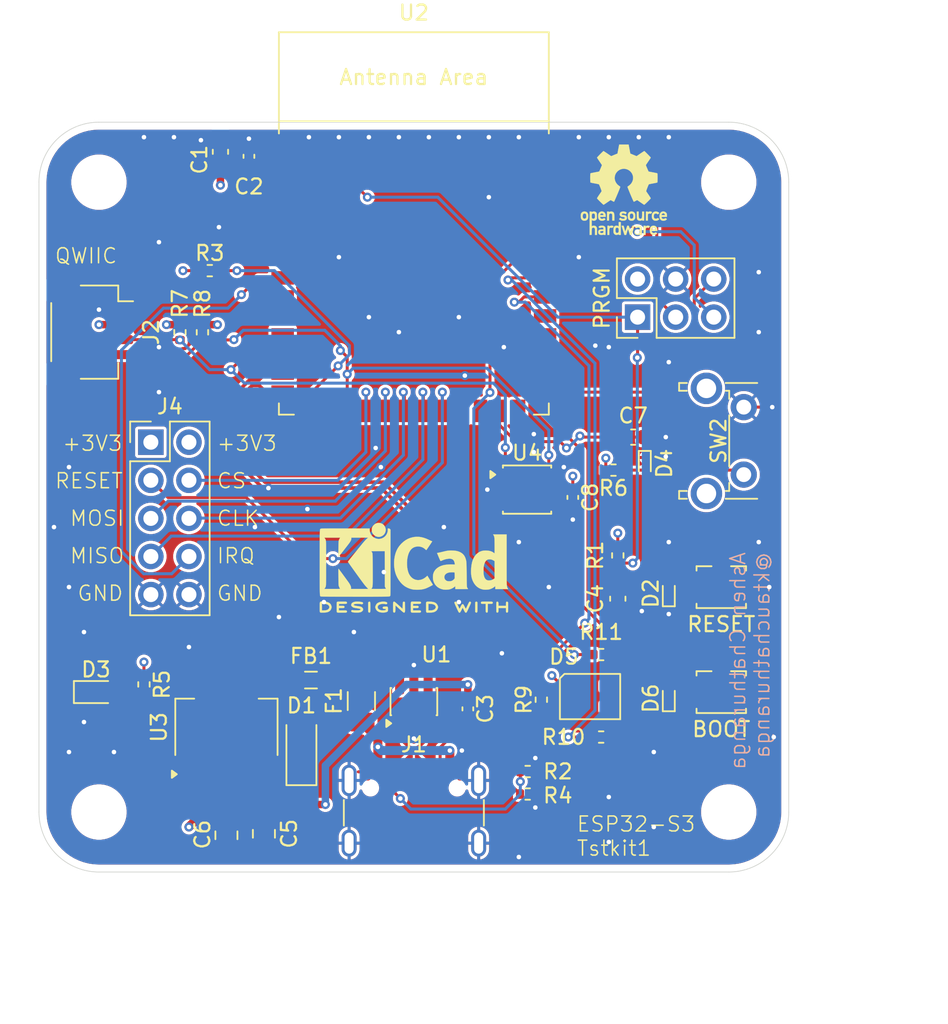
<source format=kicad_pcb>
(kicad_pcb (version 20241229) (generator "pcbnew") (generator_version "9.0")
  (layers (0 "F.Cu" signal) (4 "In1.Cu" signal) (6 "In2.Cu" signal) (2 "B.Cu" signal) (13 "F.Paste" user) (15 "B.Paste" user) (5 "F.SilkS" user "F.Silkscreen") (7 "B.SilkS" user "B.Silkscreen") (1 "F.Mask" user) (3 "B.Mask" user) (25 "Edge.Cuts" user))
  (net 0 "")
  (net 1 "GND")
  (net 2 "+3V3")
  (net 3 "+5V")
  (net 4 "/EN")
  (net 5 "/USER_SW")
  (net 6 "Net-(D1-A)")
  (net 7 "Net-(D3-A)")
  (net 8 "Net-(D5-RK)")
  (net 9 "Net-(D5-GK)")
  (net 10 "Net-(D5-BK)")
  (net 11 "/GPIO0")
  (net 12 "Net-(F1-Pad2)")
  (net 13 "Net-(F1-Pad1)")
  (net 14 "/CC1")
  (net 15 "/D-")
  (net 16 "/D+")
  (net 18 "/CC2")
  (net 20 "/SDA")
  (net 23 "/SCL")
  (net 24 "/TXD")
  (net 25 "/RXD")
  (net 26 "/CLK")
  (net 27 "/RESET")
  (net 28 "/CS")
  (net 29 "/MISO")
  (net 30 "/MOSI")
  (net 31 "/IRQ")
  (net 32 "Net-(U2-GPIO3{slash}TOUCH3{slash}ADC1_CH2)")
  (net 33 "/R_LED")
  (net 34 "/G_LED")
  (net 35 "/B_LED")
  (net 36 "/USB_D-")
  (net 37 "/USB_D+")
  (footprint "Resistor_SMD:R_0402_1005Metric" (layer "F.Cu") (at 132.59 94.8)
    (property "Reference" "R4")
    (property "Value" "5.1K")
  )
  (footprint "LED_SMD:LED_0603_1608Metric" (layer "F.Cu") (at 103.8125 88)
    (property "Reference" "D3")
    (property "Value" "PURPLE")
  )
  (footprint "Resistor_SMD:R_0402_1005Metric" (layer "F.Cu") (at 107 87.49 -90)
    (property "Reference" "R5")
    (property "Value" "1K")
  )
  (footprint "Symbol:KiCad-Logo2_5mm_SilkScreen" (layer "F.Cu") (at 125 79.7)
    (property "Reference" "REF**" (hide yes))
    (property "Value" "KiCad-Logo2_5mm_SilkScreen" (hide yes))
  )
  (footprint "PCM_Espressif:ESP32-S3-WROOM-1" (layer "F.Cu") (at 125 59.75)
    (property "Reference" "U2")
    (property "Value" "ESP32-S3-WROOM-1")
  )
  (footprint "Package_TO_SOT_SMD:SOT-23-6" (layer "F.Cu") (at 125 88.6375 90)
    (property "Reference" "U1")
    (property "Value" "USBLC6-2SC6")
  )
  (footprint "Resistor_SMD:R_0402_1005Metric" (layer "F.Cu") (at 138.31 73.2)
    (property "Reference" "R6")
    (property "Value" "10K")
  )
  (footprint "Resistor_SMD:R_0402_1005Metric" (layer "F.Cu") (at 132.59 93.3)
    (property "Reference" "R2")
    (property "Value" "5.1K")
  )
  (footprint "Inductor_SMD:L_0805_2012Metric" (layer "F.Cu") (at 118.1375 87.2 180)
    (property "Reference" "FB1")
    (property "Value" "BLM21PG220")
  )
  (footprint "Resistor_SMD:R_0402_1005Metric" (layer "F.Cu") (at 137.49 85.5 180)
    (property "Reference" "R11")
    (property "Value" "1K")
  )
  (footprint "Resistor_SMD:R_0402_1005Metric" (layer "F.Cu") (at 137.49 91 180)
    (property "Reference" "R10")
    (property "Value" "1K")
  )
  (footprint "Connector_USB:USB_C_Receptacle_GCT_USB4105-xx-A_16P_TopMnt_Horizontal" (layer "F.Cu") (at 125 97)
    (property "Reference" "J1")
    (property "Value" "USB_C_Receptacle_USB2.0_16P")
  )
  (footprint "Capacitor_SMD:C_0805_2012Metric" (layer "F.Cu") (at 112.5 97.55 -90)
    (property "Reference" "C6")
    (property "Value" "22u")
  )
  (footprint "Capacitor_SMD:C_0603_1608Metric" (layer "F.Cu") (at 138.6 81.775 -90)
    (property "Reference" "C4")
    (property "Value" "1u")
  )
  (footprint "Resistor_SMD:R_0402_1005Metric" (layer "F.Cu") (at 133.5 88.51 90)
    (property "Reference" "R9")
    (property "Value" "1K")
  )
  (footprint "MountingHole:MountingHole_3.2mm_M3" (layer "F.Cu") (at 104 54)
    (property "Reference" "H2" (hide yes))
    (property "Value" "MountingHole")
  )
  (footprint "MountingHole:MountingHole_3.2mm_M3" (layer "F.Cu") (at 146 96)
    (property "Reference" "H3" (hide yes))
    (property "Value" "MountingHole")
  )
  (footprint "oddibits:LED_Cree-PLCC4_3.2x2.8mm_CCW" (layer "F.Cu") (at 136.75 88.3)
    (property "Reference" "D5")
    (property "Value" "CLV1L-FKB")
  )
  (footprint "Button_Switch_SMD:SW_SPST_B3U-1100P" (layer "F.Cu") (at 145.5 80.18 180)
    (property "Reference" "RESET")
    (property "Value" "RESET")
  )
  (footprint "Connector_PinHeader_2.54mm:PinHeader_2x03_P2.54mm_Vertical" (layer "F.Cu") (at 139.92 63 90)
    (property "Reference" "PRGM")
    (property "Value" "Conn_02x03_Odd_Even")
  )
  (footprint "Button_Switch_THT:SW_Tactile_SPST_Angled_PTS645Vx31-2LFS" (layer "F.Cu") (at 147 69 -90)
    (property "Reference" "SW2")
    (property "Value" "USER_SW")
  )
  (footprint "oddibits:JST_SH_SM04B-SRSS-TB_1x04-1MP_P1.00mm_Horizontal" (layer "F.Cu") (at 103.5 64 -90)
    (property "Reference" "J2")
    (property "Value" "JST_SH_SM04B-SRSS-TB_1x04-1MP_P1.00mm_Horizontal" (hide yes))
  )
  (footprint "Symbol:OSHW-Logo_5.7x6mm_SilkScreen" (layer "F.Cu") (at 139 54.5)
    (property "Reference" "REF**" (hide yes))
    (property "Value" "OSHW-Logo_5.7x6mm_SilkScreen" (hide yes))
  )
  (footprint "Resistor_SMD:R_0402_1005Metric" (layer "F.Cu") (at 110.9 64.01 -90)
    (property "Reference" "R8")
    (property "Value" "2K2")
  )
  (footprint "oddibits:DFN-6-1EP_3x3mm_P1mm_EP1.5x2.4mm" (layer "F.Cu") (at 132.55 74.5)
    (property "Reference" "U4")
    (property "Value" "Si7020-A20")
  )
  (footprint "MountingHole:MountingHole_3.2mm_M3" (layer "F.Cu") (at 146 54)
    (property "Reference" "H1" (hide yes))
    (property "Value" "MountingHole")
  )
  (footprint "Diode_SMD:D_SOD-923" (layer "F.Cu") (at 142 88.42 90)
    (property "Reference" "D6")
    (property "Value" "ESD3.3")
  )
  (footprint "Capacitor_SMD:C_0603_1608Metric" (layer "F.Cu") (at 112.1 51.975 90)
    (property "Reference" "C1")
    (property "Value" "10u")
  )
  (footprint "Resistor_SMD:R_0402_1005Metric" (layer "F.Cu") (at 138.6 78.89 -90)
    (property "Reference" "R1")
    (property "Value" "10K")
  )
  (footprint "Capacitor_SMD:C_0402_1005Metric" (layer "F.Cu") (at 114 52.275 90)
    (property "Reference" "C2")
    (property "Value" "100n")
  )
  (footprint "MountingHole:MountingHole_3.2mm_M3" (layer "F.Cu") (at 104 96)
    (property "Reference" "H4" (hide yes))
    (property "Value" "MountingHole")
  )
  (footprint "Resistor_SMD:R_0402_1005Metric" (layer "F.Cu") (at 109.4 64.01 -90)
    (property "Reference" "R7")
    (property "Value" "2K2")
  )
  (footprint "Capacitor_SMD:C_0805_2012Metric" (layer "F.Cu") (at 115 97.45 -90)
    (property "Reference" "C5")
    (property "Value" "22u")
  )
  (footprint "Connector_PinHeader_2.54mm:PinHeader_2x05_P2.54mm_Vertical" (layer "F.Cu") (at 107.46 71.34)
    (property "Reference" "J4")
    (property "Value" "Pin_02x05")
  )
  (footprint "Button_Switch_SMD:SW_SPST_B3U-1100P" (layer "F.Cu") (at 145.5 87.18 180)
    (property "Reference" "BOOT")
    (property "Value" "BOOT")
  )
  (footprint "Diode_SMD:D_SOD-923" (layer "F.Cu") (at 142 81.42 90)
    (property "Reference" "D2")
    (property "Value" "ESD3.3")
  )
  (footprint "Package_TO_SOT_SMD:SOT-223-3_TabPin2" (layer "F.Cu") (at 112.5 90.35 90)
    (property "Reference" "U3")
    (property "Value" "LM1117DT-3.3")
  )
  (footprint "Fuse:Fuse_1206_3216Metric" (layer "F.Cu") (at 121.5 88.6 90)
    (property "Reference" "F1")
    (property "Value" "Polyfuse 1A")
  )
  (footprint "Resistor_SMD:R_0402_1005Metric" (layer "F.Cu") (at 111.39 59.9)
    (property "Reference" "R3")
    (property "Value" "10K")
  )
  (footprint "Capacitor_SMD:C_0402_1005Metric" (layer "F.Cu") (at 135.6 75.02 -90)
    (property "Reference" "C8")
    (property "Value" "100n")
  )
  (footprint "Diode_SMD:D_SOD-123" (layer "F.Cu") (at 117.5 91.85 90)
    (property "Reference" "D1")
    (property "Value" "1N5817")
  )
  (footprint "Capacitor_SMD:C_0603_1608Metric" (layer "F.Cu") (at 139.625 71)
    (property "Reference" "C7")
    (property "Value" "1u")
  )
  (footprint "Diode_SMD:D_SOD-923" (layer "F.Cu") (at 140.4 72.78 -90)
    (property "Reference" "D4")
    (property "Value" "ESD3.3")
  )
  (footprint "Capacitor_SMD:C_0402_1005Metric" (layer "F.Cu") (at 128.6 89.12 -90)
    (property "Reference" "C3")
    (property "Value" "100n")
  )
  (gr_line (start 100 96) (end 100 54) (stroke (width 0.05)) (layer "Edge.Cuts"))
  (gr_line (start 104 50) (end 146 50) (stroke (width 0.05)) (layer "Edge.Cuts"))
  (gr_arc (start 146 50) (mid 148.828427 51.171573) (end 150 54) (stroke (width 0.05)) (layer "Edge.Cuts"))
  (gr_line (start 150 54) (end 150 96) (stroke (width 0.05)) (layer "Edge.Cuts"))
  (gr_line (start 146 100) (end 104 100) (stroke (width 0.05)) (layer "Edge.Cuts"))
  (gr_arc (start 100 54) (mid 101.171573 51.171573) (end 104 50) (stroke (width 0.05)) (layer "Edge.Cuts"))
  (gr_arc (start 150 96) (mid 148.828427 98.828427) (end 146 100) (stroke (width 0.05)) (layer "Edge.Cuts"))
  (gr_arc (start 104 100) (mid 101.171573 98.828427) (end 100 96) (stroke (width 0.05)) (layer "Edge.Cuts"))
  (gr_text "+3V3" (at 101.5 72 0) (layer "F.SilkS") (effects (font (size 1 1) (thickness 0.1)) (justify left bottom)))
  (gr_text "MOSI" (at 102 77 0) (layer "F.SilkS") (effects (font (size 1 1) (thickness 0.1)) (justify left bottom)))
  (gr_text "CLK" (at 111.8 77 0) (layer "F.SilkS") (effects (font (size 1 1) (thickness 0.1)) (justify left bottom)))
  (gr_text "GND" (at 111.8 82 0) (layer "F.SilkS") (effects (font (size 1 1) (thickness 0.1)) (justify left bottom)))
  (gr_text "CS" (at 111.8 74.5 0) (layer "F.SilkS") (effects (font (size 1 1) (thickness 0.1)) (justify left bottom)))
  (gr_text "QWIIC" (at 101 59.5 0) (layer "F.SilkS") (effects (font (size 1 1) (thickness 0.1)) (justify left bottom)))
  (gr_text "ESP32-S3\nTstkit1" (at 135.8 99 0) (layer "F.SilkS") (effects (font (size 1 1) (thickness 0.1)) (justify left bottom)))
  (gr_text "+3V3" (at 111.8 72 0) (layer "F.SilkS") (effects (font (size 1 1) (thickness 0.1)) (justify left bottom)))
  (gr_text "RESET" (at 101 74.5 0) (layer "F.SilkS") (effects (font (size 1 1) (thickness 0.1)) (justify left bottom)))
  (gr_text "MISO" (at 102 79.5 0) (layer "F.SilkS") (effects (font (size 1 1) (thickness 0.1)) (justify left bottom)))
  (gr_text "IRQ" (at 111.8 79.5 0) (layer "F.SilkS") (effects (font (size 1 1) (thickness 0.1)) (justify left bottom)))
  (gr_text "GND" (at 102.5 82 0) (layer "F.SilkS") (effects (font (size 1 1) (thickness 0.1)) (justify left bottom)))
  (gr_text "Ashen Chathuranga\n@ktauchathuranga" (at 148.8 78.6 90) (layer "B.SilkS") (effects (font (size 1 1) (thickness 0.1)) (justify left bottom mirror)))
  (segment (start 142 81.84) (end 142 82.8) (width 0.2) (layer "F.Cu") (net 1))
  (segment (start 103.025 89.975) (end 103 90) (width 0.2) (layer "F.Cu") (net 1))
  (segment (start 131.1 74.5) (end 129.9 74.5) (width 0.2) (layer "F.Cu") (net 1))
  (segment (start 125 89.775) (end 125 91.1) (width 0.2) (layer "F.Cu") (net 1))
  (segment (start 140.4 71) (end 141.8 71) (width 0.2) (layer "F.Cu") (net 1))
  (segment (start 140.15 82.55) (end 140.2 82.6) (width 0.2) (layer "F.Cu") (net 1))
  (segment (start 133.1 93.3) (end 133.1 92.4) (width 0.2) (layer "F.Cu") (net 1))
  (segment (start 103.025 88) (end 103.025 89.975) (width 0.2) (layer "F.Cu") (net 1))
  (segment (start 114 51.795) (end 114 51.1) (width 0.2) (layer "F.Cu") (net 1))
  (segment (start 138.6 82.55) (end 140.15 82.55) (width 0.2) (layer "F.Cu") (net 1))
  (segment (start 133.1 94.8) (end 133.1 95.7) (width 0.2) (layer "F.Cu") (net 1))
  (segment (start 135.6 75.5) (end 135.6 76.5) (width 0.2) (layer "F.Cu") (net 1))
  (segment (start 140.4 72.36) (end 141.74 72.36) (width 0.2) (layer "F.Cu") (net 1))
  (segment (start 141.74 72.36) (end 141.8 72.3) (width 0.2) (layer "F.Cu") (net 1))
  (segment (start 147 69) (end 148.9 69) (width 0.2) (layer "F.Cu") (net 1))
  (segment (start 105.5 62.5) (end 104 62.5) (width 0.2) (layer "F.Cu") (net 1))
  (segment (start 112.1 51.2) (end 110.8 51.2) (width 0.2) (layer "F.Cu") (net 1))
  (segment (start 128.2 93.32) (end 128.2 91.9) (width 0.2) (layer "F.Cu") (net 1))
  (segment (start 147.2 81) (end 148.7 81) (width 0.2) (layer "F.Cu") (net 1))
  (via (at 105 92) (size 0.6) (drill 0.3) (layers "F.Cu" "B.Cu") (net 1))
  (via (at 120 59) (size 0.6) (drill 0.3) (layers "F.Cu" "B.Cu") (net 1))
  (via (at 129.9 74.5) (size 0.6) (drill 0.3) (layers "F.Cu" "B.Cu") (net 1))
  (via (at 112 57) (size 0.6) (drill 0.3) (layers "F.Cu" "B.Cu") (net 1))
  (via (at 148 60) (size 0.6) (drill 0.3) (layers "F.Cu" "B.Cu") (net 1))
  (via (at 102 81) (size 0.6) (drill 0.3) (layers "F.Cu" "B.Cu") (net 1))
  (via (at 114.4 77) (size 0.6) (drill 0.3) (layers "F.Cu" "B.Cu") (net 1))
  (via (at 110.8 51.2) (size 0.6) (drill 0.3) (layers "F.Cu" "B.Cu") (net 1))
  (via (at 102 73) (size 0.6) (drill 0.3) (layers "F.Cu" "B.Cu") (net 1))
  (via (at 122.451964 71.724507) (size 0.6) (drill 0.3) (layers "F.Cu" "B.Cu") (net 1))
  (via (at 131 65) (size 0.6) (drill 0.3) (layers "F.Cu" "B.Cu") (net 1))
  (via (at 125 91.1) (size 0.6) (drill 0.3) (layers "F.Cu" "B.Cu") (net 1))
  (via (at 133 70.8) (size 0.6) (drill 0.3) (layers "F.Cu" "B.Cu") (net 1))
  (via (at 141.8 72.3) (size 0.6) (drill 0.3) (layers "F.Cu" "B.Cu") (net 1))
  (via (at 133 72) (size 0.6) (drill 0.3) (layers "F.Cu" "B.Cu") (net 1))
  (via (at 101 77) (size 0.6) (drill 0.3) (layers "F.Cu" "B.Cu") (net 1))
  (via (at 141.8 71) (size 0.6) (drill 0.3) (layers "F.Cu" "B.Cu") (net 1))
  (via (at 142 66) (size 0.6) (drill 0.3) (layers "F.Cu" "B.Cu") (net 1))
  (via (at 107 51) (size 0.6) (drill 0.3) (layers "F.Cu" "B.Cu") (net 1))
  (via (at 148.9 69) (size 0.6) (drill 0.3) (layers "F.Cu" "B.Cu") (net 1))
  (via (at 138 51) (size 0.6) (drill 0.3) (layers "F.Cu" "B.Cu") (net 1))
  (via (at 133.1 92.4) (size 0.6) (drill 0.3) (layers "F.Cu" "B.Cu") (net 1))
  (via (at 121 84) (size 0.6) (drill 0.3) (layers "F.Cu" "B.Cu") (net 1))
  (via (at 124 51) (size 0.6) (drill 0.3) (layers "F.Cu" "B.Cu") (net 1))
  (via (at 134 81) (size 0.6) (drill 0.3) (layers "F.Cu" "B.Cu") (net 1))
  (via (at 128 63) (size 0.6) (drill 0.3) (layers "F.Cu" "B.Cu") (net 1))
  (via (at 142 82.8) (size 0.6) (drill 0.3) (layers "F.Cu" "B.Cu") (net 1))
  (via (at 108 68) (size 0.6) (drill 0.3) (layers "F.Cu" "B.Cu") (net 1))
  (via (at 142 78) (size 0.6) (drill 0.3) (layers "F.Cu" "B.Cu") (net 1))
  (via (at 115.3 74.4) (size 0.6) (drill 0.3) (layers "F.Cu" "B.Cu") (net 1))
  (via (at 122 63) (size 0.6) (drill 0.3) (layers "F.Cu" "B.Cu") (net 1))
  (via (at 148.7 81) (size 0.6) (drill 0.3) (layers "F.Cu" "B.Cu") (net 1))
  (via (at 132 51) (size 0.6) (drill 0.3) (layers "F.Cu" "B.Cu") (net 1))
  (via (at 132 99) (size 0.6) (drill 0.3) (layers "F.Cu" "B.Cu") (net 1))
  (via (at 118 51) (size 0.6) (drill 0.3) (layers "F.Cu" "B.Cu") (net 1))
  (via (at 140 51) (size 0.6) (drill 0.3) (layers "F.Cu" "B.Cu") (net 1))
  (via (at 142 51) (size 0.6) (drill 0.3) (layers "F.Cu" "B.Cu") (net 1))
  (via (at 130.869328 85.413974) (size 0.6) (drill 0.3) (layers "F.Cu" "B.Cu") (net 1))
  (via (at 148 78) (size 0.6) (drill 0.3) (layers "F.Cu" "B.Cu") (net 1))
  (via (at 122 51) (size 0.6) (drill 0.3) (layers "F.Cu" "B.Cu") (net 1))
  (via (at 136 59) (size 0.6) (drill 0.3) (layers "F.Cu" "B.Cu") (net 1))
  (via (at 138 65) (size 0.6) (drill 0.3) (layers "F.Cu" "B.Cu") (net 1))
  (via (at 128 82) (size 0.6) (drill 0.3) (layers "F.Cu" "B.Cu") (net 1))
  (via (at 132 78) (size 0.6) (drill 0.3) (layers "F.Cu" "B.Cu") (net 1))
  (via (at 149 91) (size 0.6) (drill 0.3) (layers "F.Cu" "B.Cu") (net 1))
  (via (at 137.1 64.9) (size 0.6) (drill 0.3) (layers "F.Cu" "B.Cu") (net 1))
  (via (at 126 51) (size 0.6) (drill 0.3) (layers "F.Cu" "B.Cu") (net 1))
  (via (at 124 64) (size 0.6) (drill 0.3) (layers "F.Cu" "B.Cu") (net 1))
  (via (at 130 51) (size 0.6) (drill 0.3) (layers "F.Cu" "B.Cu") (net 1))
  (via (at 138 98) (size 0.6) (drill 0.3) (layers "F.Cu" "B.Cu") (net 1))
  (via (at 130 55) (size 0.6) (drill 0.3) (layers "F.Cu" "B.Cu") (net 1))
  (via (at 123 80) (size 0.6) (drill 0.3) (layers "F.Cu" "B.Cu") (net 1))
  (via (at 116 83) (size 0.6) (drill 0.3) (layers "F.Cu" "B.Cu") (net 1))
  (via (at 117.9 75.8) (size 0.6) (drill 0.3) (layers "F.Cu" "B.Cu") (net 1))
  (via (at 109 51) (size 0.6) (drill 0.3) (layers "F.Cu" "B.Cu") (net 1))
  (via (at 127 77) (size 0.6) (drill 0.3) (layers "F.Cu" "B.Cu") (net 1))
  (via (at 128.4 66.9) (size 0.6) (drill 0.3) (layers "F.Cu" "B.Cu") (net 1))
  (via (at 102 92) (size 0.6) (drill 0.3) (layers "F.Cu" "B.Cu") (net 1))
  (via (at 120 51) (size 0.6) (drill 0.3) (layers "F.Cu" "B.Cu") (net 1))
  (via (at 140.2 82.6) (size 0.6) (drill 0.3) (layers "F.Cu" "B.Cu") (net 1))
  (via (at 136 51) (size 0.6) (drill 0.3) (layers "F.Cu" "B.Cu") (net 1))
  (via (at 128 51) (size 0.6) (drill 0.3) (layers "F.Cu" "B.Cu") (net 1))
  (via (at 125 86.2) (size 0.6) (drill 0.3) (layers "F.Cu" "B.Cu") (net 1))
  (via (at 108 58) (size 0.6) (drill 0.3) (layers "F.Cu" "B.Cu") (net 1))
  (via (at 119 82) (size 0.6) (drill 0.3) (layers "F.Cu" "B.Cu") (net 1))
  (via (at 148 64) (size 0.6) (drill 0.3) (layers "F.Cu" "B.Cu") (net 1))
  (via (at 135.6 76.5) (size 0.6) (drill 0.3) (layers "F.Cu" "B.Cu") (net 1))
  (via (at 122.8 73) (size 0.6) (drill 0.3) (layers "F.Cu" "B.Cu") (net 1))
  (via (at 103 90) (size 0.6) (drill 0.3) (layers "F.Cu" "B.Cu") (net 1))
  (via (at 108 65) (size 0.6) (drill 0.3) (layers "F.Cu" "B.Cu") (net 1))
  (via (at 104 62.5) (size 0.6) (drill 0.3) (layers "F.Cu" "B.Cu") (net 1))
  (via (at 110 85) (size 0.6) (drill 0.3) (layers "F.Cu" "B.Cu") (net 1))
  (via (at 133.1 95.7) (size 0.6) (drill 0.3) (layers "F.Cu" "B.Cu") (net 1))
  (via (at 128.2 91.9) (size 0.6) (drill 0.3) (layers "F.Cu" "B.Cu") (net 1))
  (via (at 141 92) (size 0.6) (drill 0.3) (layers "F.Cu" "B.Cu") (net 1))
  (via (at 103 84) (size 0.6) (drill 0.3) (layers "F.Cu" "B.Cu") (net 1))
  (via (at 138 95) (size 0.6) (drill 0.3) (layers "F.Cu" "B.Cu") (net 1))
  (via (at 114 51.1) (size 0.6) (drill 0.3) (layers "F.Cu" "B.Cu") (net 1))
  (via (at 141 97) (size 0.6) (drill 0.3) (layers "F.Cu" "B.Cu") (net 1))
  (via (at 135 73) (size 0.6) (drill 0.3) (layers "F.Cu" "B.Cu") (net 1))
  (segment (start 105.5 63.5) (end 104 63.5) (width 0.5) (layer "F.Cu") (net 2))
  (segment (start 137.8 73.2) (end 137.8 72.4) (width 0.2) (layer "F.Cu") (net 2))
  (segment (start 135.5 87.6) (end 134.9 87.6) (width 0.2) (layer "F.Cu") (net 2))
  (segment (start 109.4 63.5) (end 108.5 63.5) (width 0.5) (layer "F.Cu") (net 2))
  (segment (start 107 86.98) (end 107 86) (width 0.2) (layer "F.Cu") (net 2))
  (segment (start 110.88 59.9) (end 109.6 59.9) (width 0.2) (layer "F.Cu") (net 2))
  (segment (start 116.25 52.76) (end 112.16 52.76) (width 0.5) (layer "F.Cu") (net 2))
  (segment (start 112.5 87.2) (end 112.5 93.5) (width 0.6) (layer "F.Cu") (net 2))
  (segment (start 110.4 96.6) (end 110 97) (width 0.6) (layer "F.Cu") (net 2))
  (segment (start 114.04 52.76) (end 114 52.8) (width 0.2) (layer "F.Cu") (net 2))
  (segment (start 135.6 74.54) (end 135.6 73.6) (width 0.2) (layer "F.Cu") (net 2))
  (segment (start 112.5 96.6) (end 112.5 93.5) (width 0.6) (layer "F.Cu") (net 2))
  (segment (start 112.5 96.6) (end 110.4 96.6) (width 0.6) (layer "F.Cu") (net 2))
  (segment (start 112.1 52.8) (end 112.1 54.2) (width 0.5) (layer "F.Cu") (net 2))
  (segment (start 135.56 74.5) (end 135.6 74.54) (width 0.2) (layer "F.Cu") (net 2))
  (segment (start 134 74.5) (end 135.56 74.5) (width 0.2) (layer "F.Cu") (net 2))
  (segment (start 134.9 87.6) (end 134.2 86.9) (width 0.2) (layer "F.Cu") (net 2))
  (segment (start 110.9 63.5) (end 111.9 63.5) (width 0.5) (layer "F.Cu") (net 2))
  (segment (start 112.16 52.76) (end 112.1 52.7) (width 0.2) (layer "F.Cu") (net 2))
  (segment (start 138.6 78.38) (end 138.6 77.4) (width 0.2) (layer "F.Cu") (net 2))
  (via (at 107 86) (size 0.6) (drill 0.3) (layers "F.Cu" "B.Cu") (net 2))
  (via (at 137.8 72.4) (size 0.6) (drill 0.3) (layers "F.Cu" "B.Cu") (net 2))
  (via (at 108.5 63.5) (size 0.6) (drill 0.3) (layers "F.Cu" "B.Cu") (net 2))
  (via (at 134.2 86.9) (size 0.6) (drill 0.3) (layers "F.Cu" "B.Cu") (net 2))
  (via (at 109.6 59.9) (size 0.6) (drill 0.3) (layers "F.Cu" "B.Cu") (net 2))
  (via (at 138.6 77.4) (size 0.6) (drill 0.3) (layers "F.Cu" "B.Cu") (net 2))
  (via (at 135.6 73.6) (size 0.6) (drill 0.3) (layers "F.Cu" "B.Cu") (net 2))
  (via (at 111.9 63.5) (size 0.6) (drill 0.3) (layers "F.Cu" "B.Cu") (net 2))
  (via (at 110 97) (size 0.6) (drill 0.3) (layers "F.Cu" "B.Cu") (net 2))
  (via (at 104 63.5) (size 0.6) (drill 0.3) (layers "F.Cu" "B.Cu") (net 2))
  (via (at 112.1 54.2) (size 0.6) (drill 0.3) (layers "F.Cu" "B.Cu") (net 2))
  (segment (start 116.5 96.5) (end 115 96.5) (width 0.6) (layer "F.Cu") (net 3))
  (segment (start 117.5 95.5) (end 116.5 96.5) (width 0.6) (layer "F.Cu") (net 3))
  (segment (start 128.6 88.64) (end 128.6 87.5) (width 0.5) (layer "F.Cu") (net 3))
  (segment (start 119.1 95.5) (end 117.5 95.5) (width 0.5) (layer "F.Cu") (net 3))
  (segment (start 125 87.5) (end 125 88.162499) (width 0.2) (layer "F.Cu") (net 3))
  (segment (start 117.5 93.5) (end 117.5 95.5) (width 0.6) (layer "F.Cu") (net 3))
  (segment (start 125.477501 88.64) (end 128.6 88.64) (width 0.2) (layer "F.Cu") (net 3))
  (segment (start 125 88.162499) (end 125.477501 88.64) (width 0.2) (layer "F.Cu") (net 3))
  (segment (start 114.8 96.3) (end 115 96.5) (width 0.2) (layer "F.Cu") (net 3))
  (segment (start 114.8 93.5) (end 114.8 96.3) (width 0.6) (layer "F.Cu") (net 3))
  (via (at 119.1 95.5) (size 0.6) (drill 0.3) (layers "F.Cu" "B.Cu") (net 3))
  (via (at 128.6 87.5) (size 0.6) (drill 0.3) (layers "F.Cu" "B.Cu") (net 3))
  (segment (start 128.6 87.5) (end 124.5 87.5) (width 0.5) (layer "B.Cu") (net 3))
  (segment (start 119.1 92.9) (end 119.1 95.5) (width 0.5) (layer "B.Cu") (net 3))
  (segment (start 124.5 87.5) (end 119.1 92.9) (width 0.5) (layer "B.Cu") (net 3))
  (segment (start 139.92 65.68) (end 139.9 65.7) (width 0.2) (layer "F.Cu") (net 4))
  (segment (start 138.6 79.4) (end 138.6 81) (width 0.2) (layer "F.Cu") (net 4))
  (segment (start 143.8 81) (end 142 81) (width 0.2) (layer "F.Cu") (net 4))
  (segment (start 120.93 54.03) (end 121.9 55) (width 0.2) (layer "F.Cu") (net 4))
  (segment (start 139.92 63) (end 139.92 65.68) (width 0.2) (layer "F.Cu") (net 4))
  (segment (start 142 81) (end 138.6 81) (width 0.2) (layer "F.Cu") (net 4))
  (segment (start 139.6 79.4) (end 138.6 79.4) (width 0.2) (layer "F.Cu") (net 4))
  (segment (start 116.25 54.03) (end 120.93 54.03) (width 0.2) (layer "F.Cu") (net 4))
  (via (at 139.9 65.7) (size 0.6) (drill 0.3) (layers "F.Cu" "B.Cu") (net 4))
  (via (at 121.9 55) (size 0.6) (drill 0.3) (layers "F.Cu" "B.Cu") (net 4))
  (via (at 139.6 79.4) (size 0.6) (drill 0.3) (layers "F.Cu" "B.Cu") (net 4))
  (segment (start 121.9 55) (end 126.6 55) (width 0.2) (layer "B.Cu") (net 4))
  (segment (start 139.9 65.7) (end 139.9 79.1) (width 0.2) (layer "B.Cu") (net 4))
  (segment (start 139.9 79.1) (end 139.6 79.4) (width 0.2) (layer "B.Cu") (net 4))
  (segment (start 134.6 63) (end 139.92 63) (width 0.2) (layer "B.Cu") (net 4))
  (segment (start 126.6 55) (end 134.6 63) (width 0.2) (layer "B.Cu") (net 4))
  (segment (start 131.815 71.3) (end 134.75147 71.3) (width 0.2) (layer "F.Cu") (net 5))
  (segment (start 146.7 73.2) (end 147 73.5) (width 0.2) (layer "F.Cu") (net 5))
  (segment (start 130.715 70.2) (end 131.815 71.3) (width 0.2) (layer "F.Cu") (net 5))
  (segment (start 140.4 73.2) (end 138.82 73.2) (width 0.2) (layer "F.Cu") (net 5))
  (segment (start 136.074265 70.925735) (end 136.14853 71) (width 0.2) (layer "F.Cu") (net 5))
  (segment (start 130.715 69.25) (end 130.715 70.2) (width 0.2) (layer "F.Cu") (net 5))
  (segment (start 134.75147 71.3) (end 135.175735 71.724265) (width 0.2) (layer "F.Cu") (net 5))
  (segment (start 138.82 73.2) (end 138.82 71.03) (width 0.2) (layer "F.Cu") (net 5))
  (segment (start 136.14853 71) (end 138.85 71) (width 0.2) (layer "F.Cu") (net 5))
  (segment (start 138.82 71.03) (end 138.85 71) (width 0.2) (layer "F.Cu") (net 5))
  (segment (start 140.4 73.2) (end 146.7 73.2) (width 0.2) (layer "F.Cu") (net 5))
  (via (at 136.074265 70.925735) (size 0.6) (drill 0.3) (layers "F.Cu" "B.Cu") (net 5))
  (via (at 135.175735 71.724265) (size 0.6) (drill 0.3) (layers "F.Cu" "B.Cu") (net 5))
  (segment (start 136.074265 70.925735) (end 135.275735 71.724265) (width 0.2) (layer "B.Cu") (net 5))
  (segment (start 135.275735 71.724265) (end 135.175735 71.724265) (width 0.2) (layer "B.Cu") (net 5))
  (segment (start 117.075 89.775) (end 117.5 90.2) (width 0.2) (layer "F.Cu") (net 6))
  (segment (start 117.075 87.2) (end 117.075 89.775) (width 0.6) (layer "F.Cu") (net 6))
  (segment (start 104.6 88) (end 107 88) (width 0.2) (layer "F.Cu") (net 7))
  (segment (start 133.52 89) (end 133.5 89.02) (width 0.2) (layer "F.Cu") (net 8))
  (segment (start 135.5 89) (end 133.52 89) (width 0.2) (layer "F.Cu") (net 8))
  (segment (start 138 89) (end 138 91) (width 0.2) (layer "F.Cu") (net 9))
  (segment (start 138 87.6) (end 138 85.5) (width 0.2) (layer "F.Cu") (net 10))
  (segment (start 143.7 65.7) (end 143.7 61.76) (width 0.2) (layer "F.Cu") (net 11))
  (segment (start 133.75 69.45) (end 133.75 68) (width 0.2) (layer "F.Cu") (net 11))
  (segment (start 143.8 88) (end 142 88) (width 0.2) (layer "F.Cu") (net 11))
  (segment (start 142 88) (end 136.211 82.211) (width 0.2) (layer "F.Cu") (net 11))
  (segment (start 133.75 68) (end 141.4 68) (width 0.2) (layer "F.Cu") (net 11))
  (segment (start 136.211 82.211) (end 136.211 71.911) (width 0.2) (layer "F.Cu") (net 11))
  (segment (start 141.4 68) (end 143.7 65.7) (width 0.2) (layer "F.Cu") (net 11))
  (segment (start 143.7 61.76) (end 145 60.46) (width 0.2) (layer "F.Cu") (net 11))
  (segment (start 136.211 71.911) (end 133.75 69.45) (width 0.2) (layer "F.Cu") (net 11))
  (segment (start 121.5 87.2) (end 119.2 87.2) (width 0.6) (layer "F.Cu") (net 12))
  (segment (start 121.5 90) (end 122.6 91.1) (width 0.6) (layer "F.Cu") (net 13))
  (segment (start 127.4 91.9) (end 127.4 93.32) (width 0.6) (layer "F.Cu") (net 13))
  (segment (start 122.6 91.66) (end 122.6 93.32) (width 0.6) (layer "F.Cu") (net 13))
  (segment (start 122.6 91.1) (end 122.6 91.66) (width 0.6) (layer "F.Cu") (net 13))
  (via (at 127.4 91.9) (size 0.6) (drill 0.3) (layers "F.Cu" "B.Cu") (net 13))
  (via (at 122.6 91.66) (size 0.6) (drill 0.3) (layers "F.Cu" "B.Cu") (net 13))
  (segment (start 127.399 91.901) (end 127.4 91.9) (width 0.6) (layer "B.Cu") (net 13))
  (segment (start 122.6 91.66) (end 122.841 91.901) (width 0.6) (layer "B.Cu") (net 13))
  (segment (start 122.841 91.901) (end 127.399 91.901) (width 0.6) (layer "B.Cu") (net 13))
  (segment (start 123.75 93.32) (end 123.75 94.75) (width 0.2) (layer "F.Cu") (net 14))
  (segment (start 132.099095 93.319095) (end 132.08 93.3) (width 0.2) (layer "F.Cu") (net 14))
  (segment (start 132.099095 93.970566) (end 132.099095 93.319095) (width 0.2) (layer "F.Cu") (net 14))
  (segment (start 123.75 94.75) (end 124.1 95.1) (width 0.2) (layer "F.Cu") (net 14))
  (via (at 132.099095 93.970566) (size 0.6) (drill 0.3) (layers "F.Cu" "B.Cu") (net 14))
  (via (at 124.1 95.1) (size 0.6) (drill 0.3) (layers "F.Cu" "B.Cu") (net 14))
  (segment (start 132.099095 94.800905) (end 132.099095 93.970566) (width 0.2) (layer "B.Cu") (net 14))
  (segment (start 131.1 95.8) (end 132.099095 94.800905) (width 0.2) (layer "B.Cu") (net 14))
  (segment (start 124.8 95.8) (end 131.1 95.8) (width 0.2) (layer "B.Cu") (net 14))
  (segment (start 124.1 95.1) (end 124.8 95.8) (width 0.2) (layer "B.Cu") (net 14))
  (segment (start 124.742773 91.721) (end 124.805 91.721) (width 0.24) (layer "F.Cu") (net 15))
  (segment (start 124.805 92.33) (end 124.67 92.33) (width 0.24) (layer "F.Cu") (net 15))
  (segment (start 124.805 91.721) (end 124.805 92.33) (width 0.24) (layer "F.Cu") (net 15))
  (segment (start 124.25 92.75) (end 124.25 93.32) (width 0.24) (layer "F.Cu") (net 15))
  (segment (start 124.379 91.097751) (end 124.379 91.357227) (width 0.24) (layer "F.Cu") (net 15))
  (segment (start 124.67 92.33) (end 124.25 92.75) (width 0.24) (layer "F.Cu") (net 15))
  (segment (start 124.379 91.357227) (end 124.742773 91.721) (width 0.24) (layer "F.Cu") (net 15))
  (segment (start 124.05 90.768751) (end 124.379 91.097751) (width 0.24) (layer "F.Cu") (net 15))
  (segment (start 124.05 89.775) (end 124.05 90.768751) (width 0.24) (layer "F.Cu") (net 15))
  (segment (start 125.255686 92.33) (end 125.75 92.824314) (width 0.24) (layer "F.Cu") (net 16))
  (segment (start 125.257227 91.721) (end 125.195 91.721) (width 0.24) (layer "F.Cu") (net 16))
  (segment (start 125.621 91.097751) (end 125.621 91.357227) (width 0.24) (layer "F.Cu") (net 16))
  (segment (start 125.75 92.824314) (end 125.75 93.32) (width 0.24) (layer "F.Cu") (net 16))
  (segment (start 125.621 91.357227) (end 125.257227 91.721) (width 0.24) (layer "F.Cu") (net 16))
  (segment (start 125.195 91.721) (end 125.195 92.33) (width 0.24) (layer "F.Cu") (net 16))
  (segment (start 125.95 89.775) (end 125.95 90.768751) (width 0.24) (layer "F.Cu") (net 16))
  (segment (start 125.95 90.768751) (end 125.621 91.097751) (width 0.24) (layer "F.Cu") (net 16))
  (segment (start 125.195 92.33) (end 125.255686 92.33) (width 0.24) (layer "F.Cu") (net 16))
  (segment (start 126.75 93.32) (end 126.75 91.700058) (width 0.2) (layer "F.Cu") (net 18))
  (segment (start 130.9 91.8) (end 130.9 93.62) (width 0.2) (layer "F.Cu") (net 18))
  (segment (start 127.151058 91.299) (end 130.399 91.299) (width 0.2) (layer "F.Cu") (net 18))
  (segment (start 130.399 91.299) (end 130.9 91.8) (width 0.2) (layer "F.Cu") (net 18))
  (segment (start 130.9 93.62) (end 132.08 94.8) (width 0.2) (layer "F.Cu") (net 18))
  (segment (start 126.75 91.700058) (end 127.151058 91.299) (width 0.2) (layer "F.Cu") (net 18))
  (segment (start 131.1 73.5) (end 131.1 71.7) (width 0.2) (layer "F.Cu") (net 20))
  (segment (start 105.5 64.5) (end 109.38 64.5) (width 0.2) (layer "F.Cu") (net 20))
  (segment (start 116.25 65.46) (end 113.84 65.46) (width 0.2) (layer "F.Cu") (net 20))
  (segment (start 113.84 65.46) (end 112.8 66.5) (width 0.2) (layer "F.Cu") (net 20))
  (segment (start 109.38 64.5) (end 109.4 64.52) (width 0.2) (layer "F.Cu") (net 20))
  (via (at 109.4 64.52) (size 0.6) (drill 0.3) (layers "F.Cu" "B.Cu") (net 20))
  (via (at 112.8 66.5) (size 0.6) (drill 0.3) (layers "F.Cu" "B.Cu") (net 20))
  (via (at 131.1 71.7) (size 0.6) (drill 0.3) (layers "F.Cu" "B.Cu") (net 20))
  (segment (start 113.7 67.4) (end 112.8 66.5) (width 0.2) (layer "B.Cu") (net 20))
  (segment (start 131.1 68.2) (end 130.3 67.4) (width 0.2) (layer "B.Cu") (net 20))
  (segment (start 111.38 66.5) (end 109.4 64.52) (width 0.2) (layer "B.Cu") (net 20))
  (segment (start 130.3 67.4) (end 113.7 67.4) (width 0.2) (layer "B.Cu") (net 20))
  (segment (start 131.1 71.7) (end 131.1 68.2) (width 0.2) (layer "B.Cu") (net 20))
  (segment (start 112.8 66.5) (end 111.38 66.5) (width 0.2) (layer "B.Cu") (net 20))
  (segment (start 134 73.5) (end 134 72.2) (width 0.2) (layer "F.Cu") (net 23))
  (segment (start 113 64.5) (end 112.98 64.52) (width 0.2) (layer "F.Cu") (net 23))
  (segment (start 120.101707 65.225735) (end 120.125735 65.225735) (width 0.2) (layer "F.Cu") (net 23))
  (segment (start 120.101 65.225028) (end 120.101707 65.225735) (width 0.2) (layer "F.Cu") (net 23))
  (segment (start 109.92 65.5) (end 110.9 64.52) (width 0.2) (layer "F.Cu") (net 23))
  (segment (start 120.555 66.8) (end 120.555 69.25) (width 0.2) (layer "F.Cu") (net 23))
  (segment (start 120.125735 65.225735) (end 120.555 65.655) (width 0.2) (layer "F.Cu") (net 23))
  (segment (start 120.555 65.655) (end 120.555 66.8) (width 0.2) (layer "F.Cu") (net 23))
  (segment (start 105.5 65.5) (end 109.92 65.5) (width 0.2) (layer "F.Cu") (net 23))
  (segment (start 112.98 64.52) (end 110.9 64.52) (width 0.2) (layer "F.Cu") (net 23))
  (via (at 120.555 66.8) (size 0.6) (drill 0.3) (layers "F.Cu" "B.Cu") (net 23))
  (via (at 134 72.2) (size 0.6) (drill 0.3) (layers "F.Cu" "B.Cu") (net 23))
  (via (at 120.101 65.225028) (size 0.6) (drill 0.3) (layers "F.Cu" "B.Cu") (net 23))
  (via (at 113 64.5) (size 0.6) (drill 0.3) (layers "F.Cu" "B.Cu") (net 23))
  (segment (start 120.101 64.918157) (end 119.057872 63.875029) (width 0.2) (layer "B.Cu") (net 23))
  (segment (start 120.101 65.225028) (end 120.101 64.918157) (width 0.2) (layer "B.Cu") (net 23))
  (segment (start 120.955 66.4) (end 129.8671 66.4) (width 0.2) (layer "B.Cu") (net 23))
  (segment (start 129.8671 66.4) (end 134 70.5329) (width 0.2) (layer "B.Cu") (net 23))
  (segment (start 120.555 66.8) (end 120.955 66.4) (width 0.2) (layer "B.Cu") (net 23))
  (segment (start 119.057872 63.875029) (end 113.624971 63.875029) (width 0.2) (layer "B.Cu") (net 23))
  (segment (start 113.624971 63.875029) (end 113 64.5) (width 0.2) (layer "B.Cu") (net 23))
  (segment (start 134 70.5329) (end 134 72.2) (width 0.2) (layer "B.Cu") (net 23))
  (segment (start 133.75 55.3) (end 139.9 55.3) (width 0.2) (layer "F.Cu") (net 24))
  (segment (start 141.2 61.74) (end 142.46 63) (width 0.2) (layer "F.Cu") (net 24))
  (segment (start 139.9 55.3) (end 141.2 56.6) (width 0.2) (layer "F.Cu") (net 24))
  (segment (start 141.2 56.6) (end 141.2 61.74) (width 0.2) (layer "F.Cu") (net 24))
  (segment (start 139.17 56.57) (end 139.9 57.3) (width 0.2) (layer "F.Cu") (net 25))
  (segment (start 133.75 56.57) (end 139.17 56.57) (width 0.2) (layer "F.Cu") (net 25))
  (via (at 139.9 57.3) (size 0.6) (drill 0.3) (layers "F.Cu" "B.Cu") (net 25))
  (segment (start 143.7 58.2) (end 143.7 61.7) (width 0.2) (layer "B.Cu") (net 25))
  (segment (start 143.7 61.7) (end 145 63) (width 0.2) (layer "B.Cu") (net 25))
  (segment (start 142.8 57.3) (end 143.7 58.2) (width 0.2) (layer "B.Cu") (net 25))
  (segment (start 139.9 57.3) (end 142.8 57.3) (width 0.2) (layer "B.Cu") (net 25))
  (segment (start 124.365 69.25) (end 124.365 68.065) (width 0.2) (layer "F.Cu") (net 26))
  (segment (start 124.365 68.065) (end 124.3 68) (width 0.2) (layer "F.Cu") (net 26))
  (via (at 124.3 68) (size 0.6) (drill 0.3) (layers "F.Cu" "B.Cu") (net 26))
  (segment (start 110.02 76.4) (end 110 76.42) (width 0.2) (layer "B.Cu") (net 26))
  (segment (start 120.1 76.4) (end 110.02 76.4) (width 0.2) (layer "B.Cu") (net 26))
  (segment (start 124.3 72.2) (end 120.1 76.4) (width 0.2) (layer "B.Cu") (net 26))
  (segment (start 124.3 68) (end 124.3 72.2) (width 0.2) (layer "B.Cu") (net 26))
  (segment (start 126.905 69.25) (end 126.905 68.005) (width 0.2) (layer "F.Cu") (net 27))
  (segment (start 126.905 68.005) (end 126.9 68) (width 0.2) (layer "F.Cu") (net 27))
  (segment (start 117.9 79.1) (end 113.831 75.031) (width 0.2) (layer "F.Cu") (net 27))
  (segment (start 119.6 79.1) (end 117.9 79.1) (width 0.2) (layer "F.Cu") (net 27))
  (segment (start 113.831 75.031) (end 108.611 75.031) (width 0.2) (layer "F.Cu") (net 27))
  (segment (start 108.611 75.031) (end 107.46 73.88) (width 0.2) (layer "F.Cu") (net 27))
  (via (at 126.9 68) (size 0.6) (drill 0.3) (layers "F.Cu" "B.Cu") (net 27))
  (via (at 119.6 79.1) (size 0.6) (drill 0.3) (layers "F.Cu" "B.Cu") (net 27))
  (segment (start 126.9 72.7) (end 120.5 79.1) (width 0.2) (layer "B.Cu") (net 27))
  (segment (start 126.9 68) (end 126.9 72.7) (width 0.2) (layer "B.Cu") (net 27))
  (segment (start 120.5 79.1) (end 119.6 79.1) (width 0.2) (layer "B.Cu") (net 27))
  (segment (start 121.825 68.025) (end 121.8 68) (width 0.2) (layer "F.Cu") (net 28))
  (segment (start 121.825 69.25) (end 121.825 68.025) (width 0.2) (layer "F.Cu") (net 28))
  (via (at 121.8 68) (size 0.6) (drill 0.3) (layers "F.Cu" "B.Cu") (net 28))
  (segment (start 121.8 72) (end 119.92 73.88) (width 0.2) (layer "B.Cu") (net 28))
  (segment (start 121.8 68) (end 121.8 72) (width 0.2) (layer "B.Cu") (net 28))
  (segment (start 119.92 73.88) (end 110 73.88) (width 0.2) (layer "B.Cu") (net 28))
  (segment (start 125.635 69.25) (end 125.635 68.035) (width 0.2) (layer "F.Cu") (net 29))
  (segment (start 125.635 68.035) (end 125.6 68) (width 0.2) (layer "F.Cu") (net 29))
  (via (at 125.6 68) (size 0.6) (drill 0.3) (layers "F.Cu" "B.Cu") (net 29))
  (segment (start 125.6 68) (end 125.6 72.5) (width 0.2) (layer "B.Cu") (net 29))
  (segment (start 125.6 72.5) (end 120.5 77.6) (width 0.2) (layer "B.Cu") (net 29))
  (segment (start 120.5 77.6) (end 108.82 77.6) (width 0.2) (layer "B.Cu") (net 29))
  (segment (start 108.82 77.6) (end 107.46 78.96) (width 0.2) (layer "B.Cu") (net 29))
  (segment (start 123.095 68.005) (end 123.1 68) (width 0.2) (layer "F.Cu") (net 30))
  (segment (start 123.095 69.25) (end 123.095 68.005) (width 0.2) (layer "F.Cu") (net 30))
  (via (at 123.1 68) (size 0.6) (drill 0.3) (layers "F.Cu" "B.Cu") (net 30))
  (segment (start 108.611 75.269) (end 107.46 76.42) (width 0.2) (layer "B.Cu") (net 30))
  (segment (start 119.7625 75.2625) (end 119.769 75.269) (width 0.2) (layer "B.Cu") (net 30))
  (segment (start 123.1 68) (end 123.1 71.925) (width 0.2) (layer "B.Cu") (net 30))
  (segment (start 123.1 71.925) (end 119.7625 75.2625) (width 0.2) (layer "B.Cu") (net 30))
  (segment (start 119.769 75.269) (end 108.611 75.269) (width 0.2) (layer "B.Cu") (net 30))
  (segment (start 113.5 61.5) (end 114.62 60.38) (width 0.2) (layer "F.Cu") (net 31))
  (segment (start 114.62 60.38) (end 116.25 60.38) (width 0.2) (layer "F.Cu") (net 31))
  (via (at 113.5 61.5) (size 0.6) (drill 0.3) (layers "F.Cu" "B.Cu") (net 31))
  (segment (start 108.3 62.4) (end 112.6 62.4) (width 0.2) (layer "B.Cu") (net 31))
  (segment (start 105.5 69.8) (end 105.5 65.2) (width 0.2) (layer "B.Cu") (net 31))
  (segment (start 112.6 62.4) (end 113.5 61.5) (width 0.2) (layer "B.Cu") (net 31))
  (segment (start 105.5 65.2) (end 108.3 62.4) (width 0.2) (layer "B.Cu") (net 31))
  (segment (start 106.98324 80.111) (end 105.5 78.62776) (width 0.2) (layer "B.Cu") (net 31))
  (segment (start 108.849 80.111) (end 106.98324 80.111) (width 0.2) (layer "B.Cu") (net 31))
  (segment (start 105.5 78.62776) (end 105.5 69.8) (width 0.2) (layer "B.Cu") (net 31))
  (segment (start 110 78.96) (end 108.849 80.111) (width 0.2) (layer "B.Cu") (net 31))
  (segment (start 111.9 59.9) (end 113.2 59.9) (width 0.2) (layer "F.Cu") (net 32))
  (segment (start 119.95 66.25) (end 118.015 68.185) (width 0.2) (layer "F.Cu") (net 32))
  (segment (start 118.015 68.185) (end 118.015 69.25) (width 0.2) (layer "F.Cu") (net 32))
  (via (at 113.2 59.9) (size 0.6) (drill 0.3) (layers "F.Cu" "B.Cu") (net 32))
  (via (at 119.95 66.25) (size 0.6) (drill 0.3) (layers "F.Cu" "B.Cu") (net 32))
  (segment (start 120.701 64.901) (end 115.7 59.9) (width 0.2) (layer "B.Cu") (net 32))
  (segment (start 119.95 66.25) (end 120.701 65.499) (width 0.2) (layer "B.Cu") (net 32))
  (segment (start 115.7 59.9) (end 113.2 59.9) (width 0.2) (layer "B.Cu") (net 32))
  (segment (start 120.701 65.499) (end 120.701 64.901) (width 0.2) (layer "B.Cu") (net 32))
  (segment (start 132 62) (end 132.35 61.65) (width 0.2) (layer "F.Cu") (net 33))
  (segment (start 136.4 83.4) (end 133.5 86.3) (width 0.2) (layer "F.Cu") (net 33))
  (segment (start 133.5 86.3) (end 133.5 88) (width 0.2) (layer "F.Cu") (net 33))
  (segment (start 132.35 61.65) (end 133.75 61.65) (width 0.2) (layer "F.Cu") (net 33))
  (segment (start 131.7 62) (end 132 62) (width 0.2) (layer "F.Cu") (net 33))
  (via (at 136.4 83.4) (size 0.6) (drill 0.3) (layers "F.Cu" "B.Cu") (net 33))
  (via (at 131.7 62) (size 0.6) (drill 0.3) (layers "F.Cu" "B.Cu") (net 33))
  (segment (start 136.675265 66.242365) (end 136.675265 83.124735) (width 0.2) (layer "B.Cu") (net 33))
  (segment (start 131.7 62) (end 132.4329 62) (width 0.2) (layer "B.Cu") (net 33))
  (segment (start 136.675265 83.124735) (end 136.4 83.4) (width 0.2) (layer "B.Cu") (net 33))
  (segment (start 132.4329 62) (end 136.675265 66.242365) (width 0.2) (layer "B.Cu") (net 33))
  (segment (start 131.276442 60.523558) (end 131.42 60.38) (width 0.2) (layer "F.Cu") (net 34))
  (segment (start 131.275029 60.523558) (end 131.276442 60.523558) (width 0.2) (layer "F.Cu") (net 34))
  (segment (start 135.3 91) (end 136.98 91) (width 0.2) (layer "F.Cu") (net 34))
  (segment (start 131.42 60.38) (end 133.75 60.38) (width 0.2) (layer "F.Cu") (net 34))
  (via (at 135.3 91) (size 0.6) (drill 0.3) (layers "F.Cu" "B.Cu") (net 34))
  (via (at 131.275029 60.523558) (size 0.6) (drill 0.3) (layers "F.Cu" "B.Cu") (net 34))
  (segment (start 137.076265 66.076265) (end 137.076265 89.223735) (width 0.2) (layer "B.Cu") (net 34))
  (segment (start 131.275029 60.523558) (end 131.275736 60.524265) (width 0.2) (layer "B.Cu") (net 34))
  (segment (start 131.275736 60.524265) (end 131.524265 60.524265) (width 0.2) (layer "B.Cu") (net 34))
  (segment (start 137.076265 89.223735) (end 135.3 91) (width 0.2) (layer "B.Cu") (net 34))
  (segment (start 131.524265 60.524265) (end 137.076265 66.076265) (width 0.2) (layer "B.Cu") (net 34))
  (segment (start 130.075735 60.874322) (end 130.075735 68.024265) (width 0.2) (layer "F.Cu") (net 35))
  (segment (start 135.7 85.5) (end 136.98 85.5) (width 0.2) (layer "F.Cu") (net 35))
  (segment (start 133.75 59.11) (end 131.840057 59.11) (width 0.2) (layer "F.Cu") (net 35))
  (segment (start 131.840057 59.11) (end 130.075735 60.874322) (width 0.2) (layer "F.Cu") (net 35))
  (via (at 130.075735 68.024265) (size 0.6) (drill 0.3) (layers "F.Cu" "B.Cu") (net 35))
  (via (at 135.7 85.5) (size 0.6) (drill 0.3) (layers "F.Cu" "B.Cu") (net 35))
  (segment (start 129 78.8) (end 135.7 85.5) (width 0.2) (layer "B.Cu") (net 35))
  (segment (start 129 69.1) (end 129 78.8) (width 0.2) (layer "B.Cu") (net 35))
  (segment (start 130.075735 68.024265) (end 129 69.1) (width 0.2) (layer "B.Cu") (net 35))
  (segment (start 124.05 87.5) (end 124.05 86.506249) (width 0.24) (layer "F.Cu") (net 36))
  (segment (start 122.819228 74.395) (end 114.919228 74.395) (width 0.24) (layer "F.Cu") (net 36))
  (segment (start 124.805 85.751249) (end 124.805 76.380772) (width 0.24) (layer "F.Cu") (net 36))
  (segment (start 124.805 76.380772) (end 122.819228 74.395) (width 0.24) (layer "F.Cu") (net 36))
  (segment (start 124.05 86.506249) (end 124.805 85.751249) (width 0.24) (layer "F.Cu") (net 36))
  (segment (start 114.684999 67.17) (end 115.124999 66.73) (width 0.24) (layer "F.Cu") (net 36))
  (segment (start 114.054228 67.17) (end 114.684999 67.17) (width 0.24) (layer "F.Cu") (net 36))
  (segment (start 115.124999 66.73) (end 116.25 66.73) (width 0.24) (layer "F.Cu") (net 36))
  (segment (start 112.805 72.280772) (end 112.805 68.419228) (width 0.24) (layer "F.Cu") (net 36))
  (segment (start 112.805 68.419228) (end 114.054228 67.17) (width 0.24) (layer "F.Cu") (net 36))
  (segment (start 114.919228 74.395) (end 112.805 72.280772) (width 0.24) (layer "F.Cu") (net 36))
  (segment (start 125.95 87.5) (end 125.95 86.506249) (width 0.24) (layer "F.Cu") (net 37))
  (segment (start 122.980772 74.005) (end 115.080772 74.005) (width 0.24) (layer "F.Cu") (net 37))
  (segment (start 125.195 76.219228) (end 122.980772 74.005) (width 0.24) (layer "F.Cu") (net 37))
  (segment (start 125.95 86.506249) (end 125.195 85.751249) (width 0.24) (layer "F.Cu") (net 37))
  (segment (start 114.215772 67.56) (end 114.684999 67.56) (width 0.24) (layer "F.Cu") (net 37))
  (segment (start 114.684999 67.56) (end 115.124999 68) (width 0.24) (layer "F.Cu") (net 37))
  (segment (start 115.080772 74.005) (end 113.195 72.119228) (width 0.24) (layer "F.Cu") (net 37))
  (segment (start 113.195 72.119228) (end 113.195 68.580772) (width 0.24) (layer "F.Cu") (net 37))
  (segment (start 115.124999 68) (end 116.25 68) (width 0.24) (layer "F.Cu") (net 37))
  (segment (start 125.195 85.751249) (end 125.195 76.219228) (width 0.24) (layer "F.Cu") (net 37))
  (segment (start 113.195 68.580772) (end 114.215772 67.56) (width 0.24) (layer "F.Cu") (net 37))
  (zone (net 1) (net_name "GND") (layers "F.Cu" "B.Cu" "In1.Cu") (connect_pads (clearance 0.2)) (min_thickness 0.2) (fill yes (thermal_gap 0.2) (thermal_bridge_width 0.2))
    (polygon (pts (xy 99.5 49.5) (xy 150.8 49.2) (xy 151.1 103.2) (xy 97.4 102.7)))
  )
)
</source>
